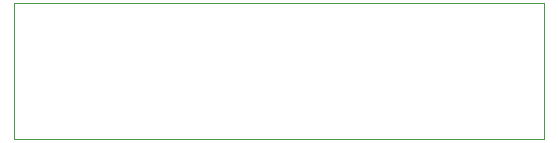
<source format=gbr>
%TF.GenerationSoftware,KiCad,Pcbnew,(5.99.0-3299-gfc1665ff2)*%
%TF.CreationDate,2020-09-21T16:58:29+07:00*%
%TF.ProjectId,smart_wristband,736d6172-745f-4777-9269-737462616e64,rev?*%
%TF.SameCoordinates,Original*%
%TF.FileFunction,Profile,NP*%
%FSLAX46Y46*%
G04 Gerber Fmt 4.6, Leading zero omitted, Abs format (unit mm)*
G04 Created by KiCad (PCBNEW (5.99.0-3299-gfc1665ff2)) date 2020-09-21 16:58:29*
%MOMM*%
%LPD*%
G01*
G04 APERTURE LIST*
%TA.AperFunction,Profile*%
%ADD10C,0.050000*%
%TD*%
G04 APERTURE END LIST*
D10*
X103000000Y-91000000D02*
X133000000Y-91000000D01*
X103000000Y-102500000D02*
X102475000Y-102500000D01*
X133000000Y-91000000D02*
X140000000Y-91000000D01*
X133000000Y-102500000D02*
X140000000Y-102500000D01*
X140000000Y-102500000D02*
X145250000Y-102500000D01*
X103000000Y-102500000D02*
X133000000Y-102500000D01*
X147425000Y-102500000D02*
X147425000Y-91000000D01*
X102475000Y-91000000D02*
X102975000Y-91000000D01*
X145250000Y-91000000D02*
X140000000Y-91000000D01*
X145250000Y-91000000D02*
X147425000Y-91000000D01*
X102475000Y-98000000D02*
X102475000Y-102500000D01*
X145250000Y-102500000D02*
X147425000Y-102500000D01*
X102475000Y-91000000D02*
X102475000Y-98000000D01*
M02*

</source>
